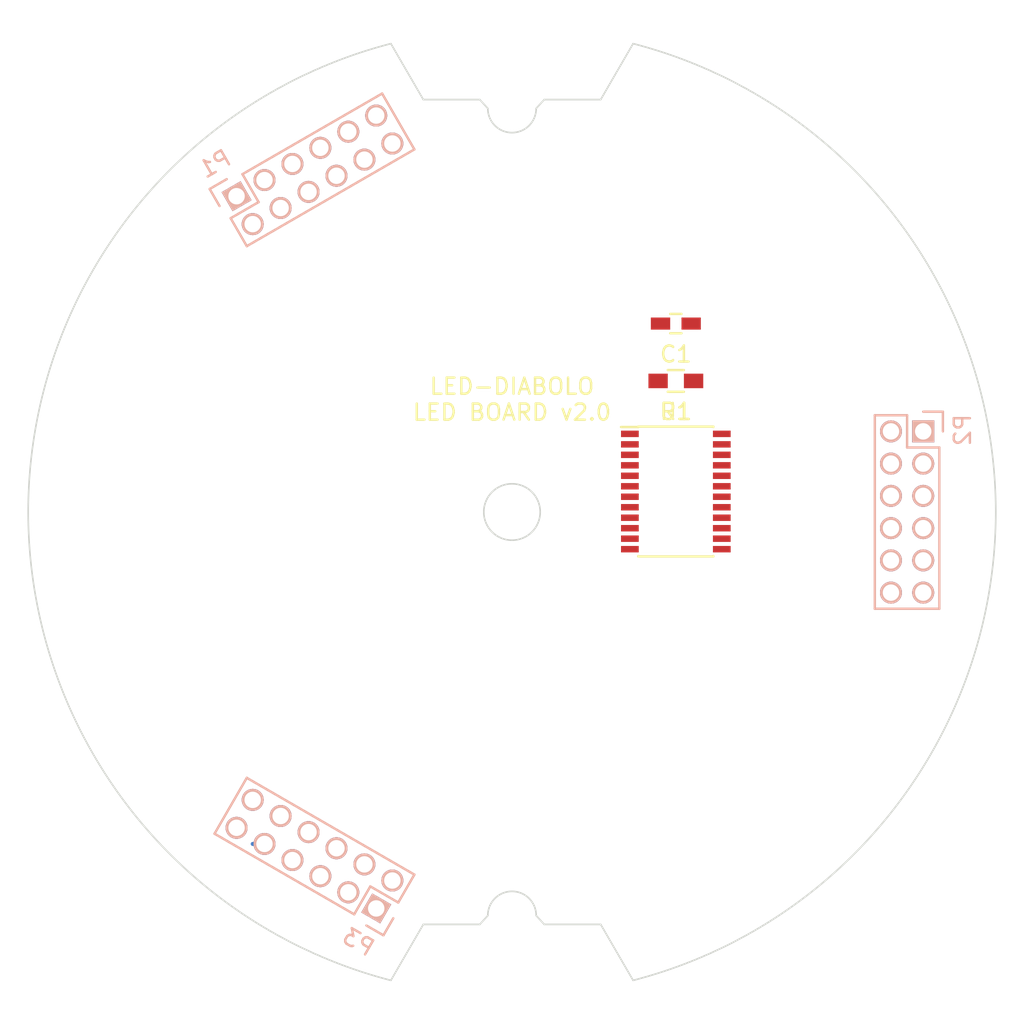
<source format=kicad_pcb>
(kicad_pcb (version 4) (host pcbnew "(2015-08-12 BZR 6086)-product")

  (general
    (links 12)
    (no_connects 11)
    (area 95.25 95.25 158.750001 158.750001)
    (thickness 1.6)
    (drawings 18)
    (tracks 1)
    (zones 0)
    (modules 6)
    (nets 52)
  )

  (page A4)
  (title_block
    (title "LED-Diabolo LED Board")
    (date 2015-09-01)
    (rev 2.0)
  )

  (layers
    (0 F.Cu signal)
    (31 B.Cu signal)
    (32 B.Adhes user)
    (33 F.Adhes user)
    (34 B.Paste user)
    (35 F.Paste user)
    (36 B.SilkS user)
    (37 F.SilkS user)
    (38 B.Mask user)
    (39 F.Mask user)
    (40 Dwgs.User user)
    (41 Cmts.User user)
    (42 Eco1.User user)
    (43 Eco2.User user)
    (44 Edge.Cuts user)
    (45 Margin user)
    (46 B.CrtYd user)
    (47 F.CrtYd user)
    (48 B.Fab user)
    (49 F.Fab user)
  )

  (setup
    (last_trace_width 0.25)
    (trace_clearance 0.35)
    (zone_clearance 0.508)
    (zone_45_only no)
    (trace_min 0.25)
    (segment_width 0.15)
    (edge_width 0.15)
    (via_size 0.6)
    (via_drill 0.4)
    (via_min_size 0.4)
    (via_min_drill 0.3)
    (uvia_size 0.3)
    (uvia_drill 0.1)
    (uvias_allowed no)
    (uvia_min_size 0.2)
    (uvia_min_drill 0.1)
    (pcb_text_width 0.3)
    (pcb_text_size 1.5 1.5)
    (mod_edge_width 0.15)
    (mod_text_size 1 1)
    (mod_text_width 0.15)
    (pad_size 1.36 1.36)
    (pad_drill 1.016)
    (pad_to_mask_clearance 0.2)
    (aux_axis_origin 0 0)
    (visible_elements FFFFFF7F)
    (pcbplotparams
      (layerselection 0x010f0_80000001)
      (usegerberextensions true)
      (excludeedgelayer true)
      (linewidth 0.100000)
      (plotframeref false)
      (viasonmask false)
      (mode 1)
      (useauxorigin false)
      (hpglpennumber 1)
      (hpglpenspeed 20)
      (hpglpendiameter 15)
      (hpglpenoverlay 2)
      (psnegative false)
      (psa4output false)
      (plotreference true)
      (plotvalue true)
      (plotinvisibletext false)
      (padsonsilk false)
      (subtractmaskfromsilk true)
      (outputformat 1)
      (mirror false)
      (drillshape 0)
      (scaleselection 1)
      (outputdirectory gerber/))
  )

  (net 0 "")
  (net 1 GND)
  (net 2 +BATT)
  (net 3 +3.3V_STBY)
  (net 4 +3V3)
  (net 5 /PD3)
  (net 6 /PD4)
  (net 7 /PB6)
  (net 8 /PB7)
  (net 9 /PD5)
  (net 10 /PD6)
  (net 11 /PD7)
  (net 12 /PB0)
  (net 13 /PB1)
  (net 14 /PB2)
  (net 15 /PB3)
  (net 16 /PB4)
  (net 17 /PB5)
  (net 18 /ADC6)
  (net 19 /ADC7)
  (net 20 /PC0)
  (net 21 /PC1)
  (net 22 /PC2)
  (net 23 /PC3)
  (net 24 /PC4)
  (net 25 /PC5)
  (net 26 /PD0)
  (net 27 /PD1)
  (net 28 /PD2)
  (net 29 /PC6)
  (net 30 +4.5V)
  (net 31 /AREF)
  (net 32 "Net-(R1-Pad1)")
  (net 33 "Net-(U1-Pad2)")
  (net 34 "Net-(U1-Pad3)")
  (net 35 "Net-(U1-Pad5)")
  (net 36 "Net-(U1-Pad6)")
  (net 37 "Net-(U1-Pad7)")
  (net 38 "Net-(U1-Pad8)")
  (net 39 "Net-(U1-Pad9)")
  (net 40 "Net-(U1-Pad10)")
  (net 41 "Net-(U1-Pad11)")
  (net 42 "Net-(U1-Pad12)")
  (net 43 "Net-(U1-Pad13)")
  (net 44 "Net-(U1-Pad14)")
  (net 45 "Net-(U1-Pad15)")
  (net 46 "Net-(U1-Pad16)")
  (net 47 "Net-(U1-Pad17)")
  (net 48 "Net-(U1-Pad18)")
  (net 49 "Net-(U1-Pad19)")
  (net 50 "Net-(U1-Pad20)")
  (net 51 "Net-(U1-Pad22)")

  (net_class Default "This is the default net class."
    (clearance 0.35)
    (trace_width 0.25)
    (via_dia 0.6)
    (via_drill 0.4)
    (uvia_dia 0.3)
    (uvia_drill 0.1)
    (add_net +3.3V_STBY)
    (add_net +3V3)
    (add_net +4.5V)
    (add_net +BATT)
    (add_net /ADC6)
    (add_net /ADC7)
    (add_net /AREF)
    (add_net /PB0)
    (add_net /PB1)
    (add_net /PB2)
    (add_net /PB3)
    (add_net /PB4)
    (add_net /PB5)
    (add_net /PB6)
    (add_net /PB7)
    (add_net /PC0)
    (add_net /PC1)
    (add_net /PC2)
    (add_net /PC3)
    (add_net /PC4)
    (add_net /PC5)
    (add_net /PC6)
    (add_net /PD0)
    (add_net /PD1)
    (add_net /PD2)
    (add_net /PD3)
    (add_net /PD4)
    (add_net /PD5)
    (add_net /PD6)
    (add_net /PD7)
    (add_net GND)
    (add_net "Net-(R1-Pad1)")
    (add_net "Net-(U1-Pad10)")
    (add_net "Net-(U1-Pad11)")
    (add_net "Net-(U1-Pad12)")
    (add_net "Net-(U1-Pad13)")
    (add_net "Net-(U1-Pad14)")
    (add_net "Net-(U1-Pad15)")
    (add_net "Net-(U1-Pad16)")
    (add_net "Net-(U1-Pad17)")
    (add_net "Net-(U1-Pad18)")
    (add_net "Net-(U1-Pad19)")
    (add_net "Net-(U1-Pad2)")
    (add_net "Net-(U1-Pad20)")
    (add_net "Net-(U1-Pad22)")
    (add_net "Net-(U1-Pad3)")
    (add_net "Net-(U1-Pad5)")
    (add_net "Net-(U1-Pad6)")
    (add_net "Net-(U1-Pad7)")
    (add_net "Net-(U1-Pad8)")
    (add_net "Net-(U1-Pad9)")
  )

  (module led-diabolo:Pin_Header_Straight_2x06_2mm (layer B.Cu) (tedit 55E60020) (tstamp 55E80AEA)
    (at 109.919873 107.416352 300)
    (descr "Through hole pin header")
    (tags "pin header")
    (path /55C9FA9B)
    (fp_text reference P1 (at -2.404988 0.152858 390) (layer B.SilkS)
      (effects (font (size 1 1) (thickness 0.15)) (justify mirror))
    )
    (fp_text value CONN_02X05 (at -2.297119 -6.383977 390) (layer B.Fab)
      (effects (font (size 1 1) (thickness 0.15)) (justify mirror))
    )
    (fp_line (start -1.377953 1.377953) (end -1.377953 -11.377953) (layer B.CrtYd) (width 0.05))
    (fp_line (start 3.385827 1.377953) (end 3.385827 -11.377953) (layer B.CrtYd) (width 0.05))
    (fp_line (start -1.377953 1.377953) (end 3.385827 1.377953) (layer B.CrtYd) (width 0.05))
    (fp_line (start -1.377953 -11.377953) (end 3.385827 -11.377953) (layer B.CrtYd) (width 0.05))
    (fp_line (start 3 -11) (end 3 1) (layer B.SilkS) (width 0.15))
    (fp_line (start -1 -1) (end -1 -11) (layer B.SilkS) (width 0.15))
    (fp_line (start 3 -11) (end -1 -11) (layer B.SilkS) (width 0.15))
    (fp_line (start 3 1) (end 1 1) (layer B.SilkS) (width 0.15))
    (fp_line (start 0 1.220472) (end -1.220472 1.220472) (layer B.SilkS) (width 0.15))
    (fp_line (start 1 1) (end 1 -1) (layer B.SilkS) (width 0.15))
    (fp_line (start 1 -1) (end -1 -1) (layer B.SilkS) (width 0.15))
    (fp_line (start -1.220472 1.220472) (end -1.220472 0) (layer B.SilkS) (width 0.15))
    (pad 1 thru_hole rect (at 0 0 300) (size 1.36 1.36) (drill 1.016) (layers *.Cu *.Mask B.SilkS)
      (net 12 /PB0))
    (pad 2 thru_hole oval (at 2 0 300) (size 1.36 1.36) (drill 1.016) (layers *.Cu *.Mask B.SilkS)
      (net 13 /PB1))
    (pad 3 thru_hole oval (at 0 -2 300) (size 1.36 1.36) (drill 1.016) (layers *.Cu *.Mask B.SilkS)
      (net 14 /PB2))
    (pad 4 thru_hole oval (at 2 -2 300) (size 1.36 1.36) (drill 1.016) (layers *.Cu *.Mask B.SilkS)
      (net 15 /PB3))
    (pad 5 thru_hole oval (at 0 -4 300) (size 1.36 1.36) (drill 1.016) (layers *.Cu *.Mask B.SilkS)
      (net 16 /PB4))
    (pad 6 thru_hole oval (at 2 -4 300) (size 1.36 1.36) (drill 1.016) (layers *.Cu *.Mask B.SilkS)
      (net 17 /PB5))
    (pad 7 thru_hole oval (at 0 -6 300) (size 1.36 1.36) (drill 1.016) (layers *.Cu *.Mask B.SilkS)
      (net 7 /PB6))
    (pad 8 thru_hole oval (at 2 -6 300) (size 1.36 1.36) (drill 1.016) (layers *.Cu *.Mask B.SilkS)
      (net 8 /PB7))
    (pad 9 thru_hole oval (at 0 -8 300) (size 1.36 1.36) (drill 1.016) (layers *.Cu *.Mask B.SilkS)
      (net 1 GND))
    (pad 10 thru_hole oval (at 2 -8 300) (size 1.36 1.36) (drill 1.016) (layers *.Cu *.Mask B.SilkS)
      (net 3 +3.3V_STBY))
    (pad 11 thru_hole oval (at 0 -10 300) (size 1.36 1.36) (drill 1.016) (layers *.Cu *.Mask B.SilkS)
      (net 1 GND))
    (pad 12 thru_hole oval (at 2 -10 300) (size 1.36 1.36) (drill 1.016) (layers *.Cu *.Mask B.SilkS)
      (net 30 +4.5V))
    (model Pin_Headers.3dshapes/Pin_Header_Straight_2x06.wrl
      (at (xyz 0.03937007874015748 -0.1968503937007874 0))
      (scale (xyz 0.7874015748031497 0.7874015748031497 0.7874015748031497))
      (rotate (xyz 0 0 90))
    )
  )

  (module led-diabolo:Pin_Header_Straight_2x06_2mm (layer B.Cu) (tedit 55E60020) (tstamp 55E9AC1A)
    (at 152.5 122 180)
    (descr "Through hole pin header")
    (tags "pin header")
    (path /55C9FB0E)
    (fp_text reference P2 (at -2.44 0.08 270) (layer B.SilkS)
      (effects (font (size 1 1) (thickness 0.15)) (justify mirror))
    )
    (fp_text value CONN_02X05 (at -2.44 -6.27 270) (layer B.Fab)
      (effects (font (size 1 1) (thickness 0.15)) (justify mirror))
    )
    (fp_line (start -1.377953 1.377953) (end -1.377953 -11.377953) (layer B.CrtYd) (width 0.05))
    (fp_line (start 3.385827 1.377953) (end 3.385827 -11.377953) (layer B.CrtYd) (width 0.05))
    (fp_line (start -1.377953 1.377953) (end 3.385827 1.377953) (layer B.CrtYd) (width 0.05))
    (fp_line (start -1.377953 -11.377953) (end 3.385827 -11.377953) (layer B.CrtYd) (width 0.05))
    (fp_line (start 3 -11) (end 3 1) (layer B.SilkS) (width 0.15))
    (fp_line (start -1 -1) (end -1 -11) (layer B.SilkS) (width 0.15))
    (fp_line (start 3 -11) (end -1 -11) (layer B.SilkS) (width 0.15))
    (fp_line (start 3 1) (end 1 1) (layer B.SilkS) (width 0.15))
    (fp_line (start 0 1.220472) (end -1.220472 1.220472) (layer B.SilkS) (width 0.15))
    (fp_line (start 1 1) (end 1 -1) (layer B.SilkS) (width 0.15))
    (fp_line (start 1 -1) (end -1 -1) (layer B.SilkS) (width 0.15))
    (fp_line (start -1.220472 1.220472) (end -1.220472 0) (layer B.SilkS) (width 0.15))
    (pad 1 thru_hole rect (at 0 0 180) (size 1.36 1.36) (drill 1.016) (layers *.Cu *.Mask B.SilkS)
      (net 20 /PC0))
    (pad 2 thru_hole oval (at 2 0 180) (size 1.36 1.36) (drill 1.016) (layers *.Cu *.Mask B.SilkS)
      (net 21 /PC1))
    (pad 3 thru_hole oval (at 0 -2 180) (size 1.36 1.36) (drill 1.016) (layers *.Cu *.Mask B.SilkS)
      (net 22 /PC2))
    (pad 4 thru_hole oval (at 2 -2 180) (size 1.36 1.36) (drill 1.016) (layers *.Cu *.Mask B.SilkS)
      (net 23 /PC3))
    (pad 5 thru_hole oval (at 0 -4 180) (size 1.36 1.36) (drill 1.016) (layers *.Cu *.Mask B.SilkS)
      (net 24 /PC4))
    (pad 6 thru_hole oval (at 2 -4 180) (size 1.36 1.36) (drill 1.016) (layers *.Cu *.Mask B.SilkS)
      (net 25 /PC5))
    (pad 7 thru_hole oval (at 0 -6 180) (size 1.36 1.36) (drill 1.016) (layers *.Cu *.Mask B.SilkS)
      (net 29 /PC6))
    (pad 8 thru_hole oval (at 2 -6 180) (size 1.36 1.36) (drill 1.016) (layers *.Cu *.Mask B.SilkS)
      (net 31 /AREF))
    (pad 9 thru_hole oval (at 0 -8 180) (size 1.36 1.36) (drill 1.016) (layers *.Cu *.Mask B.SilkS)
      (net 18 /ADC6))
    (pad 10 thru_hole oval (at 2 -8 180) (size 1.36 1.36) (drill 1.016) (layers *.Cu *.Mask B.SilkS)
      (net 19 /ADC7))
    (pad 11 thru_hole oval (at 0 -10 180) (size 1.36 1.36) (drill 1.016) (layers *.Cu *.Mask B.SilkS)
      (net 1 GND))
    (pad 12 thru_hole oval (at 2 -10 180) (size 1.36 1.36) (drill 1.016) (layers *.Cu *.Mask B.SilkS)
      (net 2 +BATT))
    (model Pin_Headers.3dshapes/Pin_Header_Straight_2x06.wrl
      (at (xyz 0.03937 -0.19685 0))
      (scale (xyz 0.787402 0.787402 0.787402))
      (rotate (xyz 0 0 90))
    )
  )

  (module led-diabolo:Pin_Header_Straight_2x06_2mm (layer B.Cu) (tedit 55E60020) (tstamp 55E9AC35)
    (at 118.580127 151.583648 60)
    (descr "Through hole pin header")
    (tags "pin header")
    (path /55C9FB7C)
    (fp_text reference P3 (at -2.359397 0.086108 150) (layer B.SilkS)
      (effects (font (size 1 1) (thickness 0.15)) (justify mirror))
    )
    (fp_text value CONN_02X05 (at -2.467267 -6.450727 150) (layer B.Fab)
      (effects (font (size 1 1) (thickness 0.15)) (justify mirror))
    )
    (fp_line (start -1.377953 1.377953) (end -1.377953 -11.377953) (layer B.CrtYd) (width 0.05))
    (fp_line (start 3.385827 1.377953) (end 3.385827 -11.377953) (layer B.CrtYd) (width 0.05))
    (fp_line (start -1.377953 1.377953) (end 3.385827 1.377953) (layer B.CrtYd) (width 0.05))
    (fp_line (start -1.377953 -11.377953) (end 3.385827 -11.377953) (layer B.CrtYd) (width 0.05))
    (fp_line (start 3 -11) (end 3 1) (layer B.SilkS) (width 0.15))
    (fp_line (start -1 -1) (end -1 -11) (layer B.SilkS) (width 0.15))
    (fp_line (start 3 -11) (end -1 -11) (layer B.SilkS) (width 0.15))
    (fp_line (start 3 1) (end 1 1) (layer B.SilkS) (width 0.15))
    (fp_line (start 0 1.220472) (end -1.220472 1.220472) (layer B.SilkS) (width 0.15))
    (fp_line (start 1 1) (end 1 -1) (layer B.SilkS) (width 0.15))
    (fp_line (start 1 -1) (end -1 -1) (layer B.SilkS) (width 0.15))
    (fp_line (start -1.220472 1.220472) (end -1.220472 0) (layer B.SilkS) (width 0.15))
    (pad 1 thru_hole rect (at 0 0 60) (size 1.36 1.36) (drill 1.016) (layers *.Cu *.Mask B.SilkS)
      (net 26 /PD0))
    (pad 2 thru_hole oval (at 2 0 60) (size 1.36 1.36) (drill 1.016) (layers *.Cu *.Mask B.SilkS)
      (net 27 /PD1))
    (pad 3 thru_hole oval (at 0 -2 60) (size 1.36 1.36) (drill 1.016) (layers *.Cu *.Mask B.SilkS)
      (net 28 /PD2))
    (pad 4 thru_hole oval (at 2 -2 60) (size 1.36 1.36) (drill 1.016) (layers *.Cu *.Mask B.SilkS)
      (net 5 /PD3))
    (pad 5 thru_hole oval (at 0 -4 60) (size 1.36 1.36) (drill 1.016) (layers *.Cu *.Mask B.SilkS)
      (net 6 /PD4))
    (pad 6 thru_hole oval (at 2 -4 60) (size 1.36 1.36) (drill 1.016) (layers *.Cu *.Mask B.SilkS)
      (net 9 /PD5))
    (pad 7 thru_hole oval (at 0 -6 60) (size 1.36 1.36) (drill 1.016) (layers *.Cu *.Mask B.SilkS)
      (net 10 /PD6))
    (pad 8 thru_hole oval (at 2 -6 60) (size 1.36 1.36) (drill 1.016) (layers *.Cu *.Mask B.SilkS)
      (net 11 /PD7))
    (pad 9 thru_hole oval (at 0 -8 60) (size 1.36 1.36) (drill 1.016) (layers *.Cu *.Mask B.SilkS)
      (net 1 GND))
    (pad 10 thru_hole oval (at 2 -8 60) (size 1.36 1.36) (drill 1.016) (layers *.Cu *.Mask B.SilkS)
      (net 4 +3V3))
    (pad 11 thru_hole oval (at 0 -10 60) (size 1.36 1.36) (drill 1.016) (layers *.Cu *.Mask B.SilkS)
      (net 1 GND))
    (pad 12 thru_hole oval (at 2 -10 60) (size 1.36 1.36) (drill 1.016) (layers *.Cu *.Mask B.SilkS)
      (net 30 +4.5V))
    (model Pin_Headers.3dshapes/Pin_Header_Straight_2x06.wrl
      (at (xyz 0.03937 -0.19685 0))
      (scale (xyz 0.787402 0.787402 0.787402))
      (rotate (xyz 0 0 90))
    )
  )

  (module Capacitors_SMD:C_0603_HandSoldering (layer F.Cu) (tedit 541A9B4D) (tstamp 55EAD43A)
    (at 137.16 115.316 180)
    (descr "Capacitor SMD 0603, hand soldering")
    (tags "capacitor 0603")
    (path /55EAC14D)
    (attr smd)
    (fp_text reference C1 (at 0 -1.9 180) (layer F.SilkS)
      (effects (font (size 1 1) (thickness 0.15)))
    )
    (fp_text value 1u (at 0 1.9 180) (layer F.Fab)
      (effects (font (size 1 1) (thickness 0.15)))
    )
    (fp_line (start -1.85 -0.75) (end 1.85 -0.75) (layer F.CrtYd) (width 0.05))
    (fp_line (start -1.85 0.75) (end 1.85 0.75) (layer F.CrtYd) (width 0.05))
    (fp_line (start -1.85 -0.75) (end -1.85 0.75) (layer F.CrtYd) (width 0.05))
    (fp_line (start 1.85 -0.75) (end 1.85 0.75) (layer F.CrtYd) (width 0.05))
    (fp_line (start -0.35 -0.6) (end 0.35 -0.6) (layer F.SilkS) (width 0.15))
    (fp_line (start 0.35 0.6) (end -0.35 0.6) (layer F.SilkS) (width 0.15))
    (pad 1 smd rect (at -0.95 0 180) (size 1.2 0.75) (layers F.Cu F.Paste F.Mask)
      (net 4 +3V3))
    (pad 2 smd rect (at 0.95 0 180) (size 1.2 0.75) (layers F.Cu F.Paste F.Mask)
      (net 1 GND))
    (model Capacitors_SMD.3dshapes/C_0603_HandSoldering.wrl
      (at (xyz 0 0 0))
      (scale (xyz 1 1 1))
      (rotate (xyz 0 0 0))
    )
  )

  (module Resistors_SMD:R_0603_HandSoldering (layer F.Cu) (tedit 5418A00F) (tstamp 55EAD446)
    (at 137.16 118.872 180)
    (descr "Resistor SMD 0603, hand soldering")
    (tags "resistor 0603")
    (path /55EAC19E)
    (attr smd)
    (fp_text reference R1 (at 0 -1.9 180) (layer F.SilkS)
      (effects (font (size 1 1) (thickness 0.15)))
    )
    (fp_text value 10k (at 0 1.9 180) (layer F.Fab)
      (effects (font (size 1 1) (thickness 0.15)))
    )
    (fp_line (start -2 -0.8) (end 2 -0.8) (layer F.CrtYd) (width 0.05))
    (fp_line (start -2 0.8) (end 2 0.8) (layer F.CrtYd) (width 0.05))
    (fp_line (start -2 -0.8) (end -2 0.8) (layer F.CrtYd) (width 0.05))
    (fp_line (start 2 -0.8) (end 2 0.8) (layer F.CrtYd) (width 0.05))
    (fp_line (start 0.5 0.675) (end -0.5 0.675) (layer F.SilkS) (width 0.15))
    (fp_line (start -0.5 -0.675) (end 0.5 -0.675) (layer F.SilkS) (width 0.15))
    (pad 1 smd rect (at -1.1 0 180) (size 1.2 0.9) (layers F.Cu F.Paste F.Mask)
      (net 32 "Net-(R1-Pad1)"))
    (pad 2 smd rect (at 1.1 0 180) (size 1.2 0.9) (layers F.Cu F.Paste F.Mask)
      (net 1 GND))
    (model Resistors_SMD.3dshapes/R_0603_HandSoldering.wrl
      (at (xyz 0 0 0))
      (scale (xyz 1 1 1))
      (rotate (xyz 0 0 0))
    )
  )

  (module Housings_SSOP:TSSOP-24_4.4x7.8mm_Pitch0.65mm (layer F.Cu) (tedit 54130A77) (tstamp 55EAD46D)
    (at 137.16 125.73)
    (descr "TSSOP24: plastic thin shrink small outline package; 24 leads; body width 4.4 mm; (see NXP SSOP-TSSOP-VSO-REFLOW.pdf and sot355-1_po.pdf)")
    (tags "SSOP 0.65")
    (path /55EAC043)
    (attr smd)
    (fp_text reference U1 (at 0 -4.95) (layer F.SilkS)
      (effects (font (size 1 1) (thickness 0.15)))
    )
    (fp_text value LED1642GW (at 0 4.95) (layer F.Fab)
      (effects (font (size 1 1) (thickness 0.15)))
    )
    (fp_line (start -3.65 -4.2) (end -3.65 4.2) (layer F.CrtYd) (width 0.05))
    (fp_line (start 3.65 -4.2) (end 3.65 4.2) (layer F.CrtYd) (width 0.05))
    (fp_line (start -3.65 -4.2) (end 3.65 -4.2) (layer F.CrtYd) (width 0.05))
    (fp_line (start -3.65 4.2) (end 3.65 4.2) (layer F.CrtYd) (width 0.05))
    (fp_line (start -2.325 -4.025) (end -2.325 -4) (layer F.SilkS) (width 0.15))
    (fp_line (start 2.325 -4.025) (end 2.325 -4) (layer F.SilkS) (width 0.15))
    (fp_line (start 2.325 4.025) (end 2.325 4) (layer F.SilkS) (width 0.15))
    (fp_line (start -2.325 4.025) (end -2.325 4) (layer F.SilkS) (width 0.15))
    (fp_line (start -2.325 -4.025) (end 2.325 -4.025) (layer F.SilkS) (width 0.15))
    (fp_line (start -2.325 4.025) (end 2.325 4.025) (layer F.SilkS) (width 0.15))
    (fp_line (start -2.325 -4) (end -3.4 -4) (layer F.SilkS) (width 0.15))
    (pad 1 smd rect (at -2.85 -3.575) (size 1.1 0.4) (layers F.Cu F.Paste F.Mask)
      (net 1 GND))
    (pad 2 smd rect (at -2.85 -2.925) (size 1.1 0.4) (layers F.Cu F.Paste F.Mask)
      (net 33 "Net-(U1-Pad2)"))
    (pad 3 smd rect (at -2.85 -2.275) (size 1.1 0.4) (layers F.Cu F.Paste F.Mask)
      (net 34 "Net-(U1-Pad3)"))
    (pad 4 smd rect (at -2.85 -1.625) (size 1.1 0.4) (layers F.Cu F.Paste F.Mask))
    (pad 5 smd rect (at -2.85 -0.975) (size 1.1 0.4) (layers F.Cu F.Paste F.Mask)
      (net 35 "Net-(U1-Pad5)"))
    (pad 6 smd rect (at -2.85 -0.325) (size 1.1 0.4) (layers F.Cu F.Paste F.Mask)
      (net 36 "Net-(U1-Pad6)"))
    (pad 7 smd rect (at -2.85 0.325) (size 1.1 0.4) (layers F.Cu F.Paste F.Mask)
      (net 37 "Net-(U1-Pad7)"))
    (pad 8 smd rect (at -2.85 0.975) (size 1.1 0.4) (layers F.Cu F.Paste F.Mask)
      (net 38 "Net-(U1-Pad8)"))
    (pad 9 smd rect (at -2.85 1.625) (size 1.1 0.4) (layers F.Cu F.Paste F.Mask)
      (net 39 "Net-(U1-Pad9)"))
    (pad 10 smd rect (at -2.85 2.275) (size 1.1 0.4) (layers F.Cu F.Paste F.Mask)
      (net 40 "Net-(U1-Pad10)"))
    (pad 11 smd rect (at -2.85 2.925) (size 1.1 0.4) (layers F.Cu F.Paste F.Mask)
      (net 41 "Net-(U1-Pad11)"))
    (pad 12 smd rect (at -2.85 3.575) (size 1.1 0.4) (layers F.Cu F.Paste F.Mask)
      (net 42 "Net-(U1-Pad12)"))
    (pad 13 smd rect (at 2.85 3.575) (size 1.1 0.4) (layers F.Cu F.Paste F.Mask)
      (net 43 "Net-(U1-Pad13)"))
    (pad 14 smd rect (at 2.85 2.925) (size 1.1 0.4) (layers F.Cu F.Paste F.Mask)
      (net 44 "Net-(U1-Pad14)"))
    (pad 15 smd rect (at 2.85 2.275) (size 1.1 0.4) (layers F.Cu F.Paste F.Mask)
      (net 45 "Net-(U1-Pad15)"))
    (pad 16 smd rect (at 2.85 1.625) (size 1.1 0.4) (layers F.Cu F.Paste F.Mask)
      (net 46 "Net-(U1-Pad16)"))
    (pad 17 smd rect (at 2.85 0.975) (size 1.1 0.4) (layers F.Cu F.Paste F.Mask)
      (net 47 "Net-(U1-Pad17)"))
    (pad 18 smd rect (at 2.85 0.325) (size 1.1 0.4) (layers F.Cu F.Paste F.Mask)
      (net 48 "Net-(U1-Pad18)"))
    (pad 19 smd rect (at 2.85 -0.325) (size 1.1 0.4) (layers F.Cu F.Paste F.Mask)
      (net 49 "Net-(U1-Pad19)"))
    (pad 20 smd rect (at 2.85 -0.975) (size 1.1 0.4) (layers F.Cu F.Paste F.Mask)
      (net 50 "Net-(U1-Pad20)"))
    (pad 21 smd rect (at 2.85 -1.625) (size 1.1 0.4) (layers F.Cu F.Paste F.Mask)
      (net 12 /PB0))
    (pad 22 smd rect (at 2.85 -2.275) (size 1.1 0.4) (layers F.Cu F.Paste F.Mask)
      (net 51 "Net-(U1-Pad22)"))
    (pad 23 smd rect (at 2.85 -2.925) (size 1.1 0.4) (layers F.Cu F.Paste F.Mask)
      (net 32 "Net-(R1-Pad1)"))
    (pad 24 smd rect (at 2.85 -3.575) (size 1.1 0.4) (layers F.Cu F.Paste F.Mask)
      (net 4 +3V3))
    (model Housings_SSOP.3dshapes/TSSOP-24_4.4x7.8mm_Pitch0.65mm.wrl
      (at (xyz 0 0 0))
      (scale (xyz 1 1 1))
      (rotate (xyz 0 0 0))
    )
  )

  (gr_line (start 128.5 152.025) (end 129 152.575) (angle 90) (layer Edge.Cuts) (width 0.1) (tstamp 55E9B01E))
  (gr_line (start 125 152.575) (end 125.5 152.025) (angle 90) (layer Edge.Cuts) (width 0.1) (tstamp 55E9B01B))
  (gr_line (start 129 152.575) (end 132.5 152.575) (angle 90) (layer Edge.Cuts) (width 0.1) (tstamp 55E9B017))
  (gr_arc (start 127 152.025) (end 125.5 152.025) (angle 180) (layer Edge.Cuts) (width 0.1))
  (gr_line (start 128.5 101.975) (end 129 101.425) (angle 90) (layer Edge.Cuts) (width 0.1) (tstamp 55E9AFEF))
  (gr_line (start 125 101.425) (end 125.5 101.975) (angle 90) (layer Edge.Cuts) (width 0.1) (tstamp 55E9AFED))
  (gr_line (start 129 101.425) (end 132.5 101.425) (angle 90) (layer Edge.Cuts) (width 0.1) (tstamp 55E9AFDE))
  (gr_arc (start 127 101.975) (end 125.5 101.975) (angle -180) (layer Edge.Cuts) (width 0.1))
  (gr_circle (center 127 127) (end 128.75 127) (layer Edge.Cuts) (width 0.1) (tstamp 55E9AD89))
  (gr_line (start 119.4886 156.044429) (end 121.5 152.575) (angle 90) (layer Edge.Cuts) (width 0.1))
  (gr_line (start 132.5 101.425) (end 134.5114 97.955571) (angle 90) (layer Edge.Cuts) (width 0.1))
  (gr_line (start 119.4886 97.955571) (end 121.5 101.425) (angle 90) (layer Edge.Cuts) (width 0.1))
  (gr_line (start 121.5 101.425) (end 125 101.425) (angle 90) (layer Edge.Cuts) (width 0.1))
  (gr_line (start 121.5 152.575) (end 125 152.575) (angle 90) (layer Edge.Cuts) (width 0.1))
  (gr_line (start 132.5 152.575) (end 134.5114 156.044429) (angle 90) (layer Edge.Cuts) (width 0.1))
  (gr_text "LED-DIABOLO\nLED BOARD v2.0" (at 127 120.015) (layer F.SilkS)
    (effects (font (size 1 1) (thickness 0.15)))
  )
  (gr_arc (start 127 127) (end 134.5114 97.955571) (angle 151) (layer Edge.Cuts) (width 0.1))
  (gr_arc (start 127 127) (end 119.4886 156.044429) (angle 151) (layer Edge.Cuts) (width 0.1))

  (segment (start 111.651924 147.583648) (end 110.919873 147.583648) (width 0.25) (layer B.Cu) (net 1) (status 10))

  (zone (net 1) (net_name GND) (layer B.Cu) (tstamp 0) (hatch edge 0.508)
    (connect_pads (clearance 0.508))
    (min_thickness 0.254)
    (fill (arc_segments 32) (thermal_gap 0.508) (thermal_bridge_width 0.508))
    (polygon
      (pts
        (xy 95.25 95.25) (xy 158.75 95.25) (xy 158.75 158.75) (xy 107.95 158.75) (xy 95.25 146.05)
      )
    )
  )
  (zone (net 1) (net_name GND) (layer F.Cu) (tstamp 0) (hatch edge 0.508)
    (connect_pads (clearance 0.508))
    (min_thickness 0.254)
    (fill (arc_segments 32) (thermal_gap 0.508) (thermal_bridge_width 0.508))
    (polygon
      (pts
        (xy 95.25 95.25) (xy 158.75 95.25) (xy 158.75 146.05) (xy 146.05 158.75) (xy 95.25 158.75)
      )
    )
  )
)

</source>
